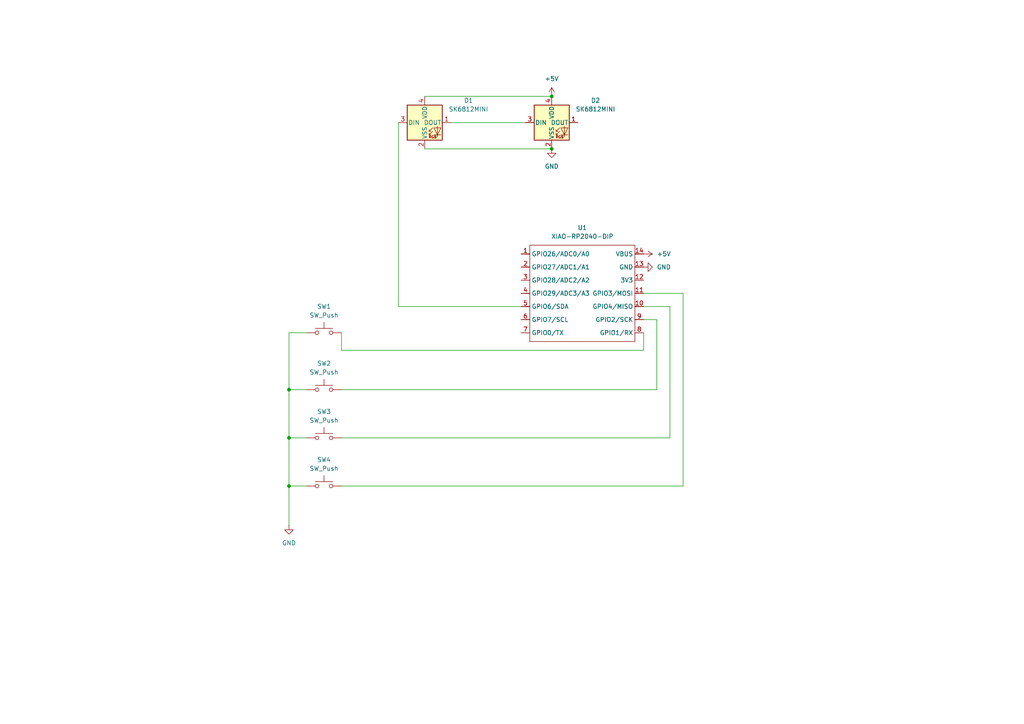
<source format=kicad_sch>
(kicad_sch (version 20250114) (generator "eeschema") (generator_version "9.0")
  (paper "A4")
  (lib_symbols
    (symbol "LED:SK6812MINI" (pin_names (offset 0.254))
      (property "Reference" "D" (at 5.08 5.715 0))
      (property "Value" "SK6812MINI" (at 1.27 -5.715 0))
      (symbol "SK6812MINI_0_0"
        (text "RGB" (at 2.286 -4.191 0) (effects (font (size 0.762 0.762))))
      )
      (symbol "SK6812MINI_0_1"
        (polyline (pts (xy 1.27 -2.54) (xy 1.778 -2.54)))
        (polyline (pts (xy 1.27 -3.556) (xy 1.778 -3.556)))
        (polyline (pts (xy 2.286 -1.524) (xy 1.27 -2.54) (xy 1.27 -2.032)))
        (polyline (pts (xy 2.286 -2.54) (xy 1.27 -3.556) (xy 1.27 -3.048)))
        (polyline (pts (xy 3.683 -1.016) (xy 3.683 -3.556) (xy 3.683 -4.064)))
        (polyline (pts (xy 4.699 -1.524) (xy 2.667 -1.524) (xy 3.683 -3.556) (xy 4.699 -1.524)))
        (polyline (pts (xy 4.699 -3.556) (xy 2.667 -3.556)))
        (rectangle (start 5.08 5.08) (end -5.08 -5.08) (stroke (width 0.254)) (fill (type background)))
      )
      (symbol "SK6812MINI_1_1"
        (pin input line (at -7.62 0 0) (length 2.54) (name "DIN") (number "3"))
        (pin power_in line (at 0 7.62 270) (length 2.54) (name "VDD") (number "4"))
        (pin power_in line (at 0 -7.62 90) (length 2.54) (name "VSS") (number "2"))
        (pin output line (at 7.62 0 180) (length 2.54) (name "DOUT") (number "1"))
      )
    )
    (symbol "OPL:XIAO-RP2040-DIP"
      (property "Reference" "U" (at 0 0 0))
      (property "Value" "XIAO-RP2040-DIP" (at 5.334 -1.778 0))
      (symbol "XIAO-RP2040-DIP_1_0"
        (polyline (pts (xy -1.27 -2.54) (xy 29.21 -2.54)) (stroke (width 0.1524)))
        (polyline (pts (xy -1.27 -5.08) (xy -2.54 -5.08)) (stroke (width 0.1524)))
        (polyline (pts (xy -1.27 -5.08) (xy -1.27 -2.54)) (stroke (width 0.1524)))
        (polyline (pts (xy -1.27 -8.89) (xy -2.54 -8.89)) (stroke (width 0.1524)))
        (polyline (pts (xy -1.27 -8.89) (xy -1.27 -5.08)) (stroke (width 0.1524)))
        (polyline (pts (xy -1.27 -12.7) (xy -2.54 -12.7)) (stroke (width 0.1524)))
        (polyline (pts (xy -1.27 -12.7) (xy -1.27 -8.89)) (stroke (width 0.1524)))
        (polyline (pts (xy -1.27 -16.51) (xy -2.54 -16.51)) (stroke (width 0.1524)))
        (polyline (pts (xy -1.27 -16.51) (xy -1.27 -12.7)) (stroke (width 0.1524)))
        (polyline (pts (xy -1.27 -20.32) (xy -2.54 -20.32)) (stroke (width 0.1524)))
        (polyline (pts (xy -1.27 -24.13) (xy -2.54 -24.13)) (stroke (width 0.1524)))
        (polyline (pts (xy -1.27 -27.94) (xy -2.54 -27.94)) (stroke (width 0.1524)))
        (polyline (pts (xy -1.27 -30.48) (xy -1.27 -16.51)) (stroke (width 0.1524)))
        (polyline (pts (xy 29.21 -2.54) (xy 29.21 -5.08)) (stroke (width 0.1524)))
        (polyline (pts (xy 29.21 -5.08) (xy 29.21 -8.89)) (stroke (width 0.1524)))
        (polyline (pts (xy 29.21 -8.89) (xy 29.21 -12.7)) (stroke (width 0.1524)))
        (polyline (pts (xy 29.21 -12.7) (xy 29.21 -30.48)) (stroke (width 0.1524)))
        (polyline (pts (xy 29.21 -30.48) (xy -1.27 -30.48)) (stroke (width 0.1524)))
        (polyline (pts (xy 30.48 -5.08) (xy 29.21 -5.08)) (stroke (width 0.1524)))
        (polyline (pts (xy 30.48 -8.89) (xy 29.21 -8.89)) (stroke (width 0.1524)))
        (polyline (pts (xy 30.48 -12.7) (xy 29.21 -12.7)) (stroke (width 0.1524)))
        (polyline (pts (xy 30.48 -16.51) (xy 29.21 -16.51)) (stroke (width 0.1524)))
        (polyline (pts (xy 30.48 -20.32) (xy 29.21 -20.32)) (stroke (width 0.1524)))
        (polyline (pts (xy 30.48 -24.13) (xy 29.21 -24.13)) (stroke (width 0.1524)))
        (polyline (pts (xy 30.48 -27.94) (xy 29.21 -27.94)) (stroke (width 0.1524)))
        (pin passive line (at -3.81 -5.08 0) (length 2.54) (name "GPIO26/ADC0/A0") (number "1"))
        (pin passive line (at -3.81 -8.89 0) (length 2.54) (name "GPIO27/ADC1/A1") (number "2"))
        (pin passive line (at -3.81 -12.7 0) (length 2.54) (name "GPIO28/ADC2/A2") (number "3"))
        (pin passive line (at -3.81 -16.51 0) (length 2.54) (name "GPIO29/ADC3/A3") (number "4"))
        (pin passive line (at -3.81 -20.32 0) (length 2.54) (name "GPIO6/SDA") (number "5"))
        (pin passive line (at -3.81 -24.13 0) (length 2.54) (name "GPIO7/SCL") (number "6"))
        (pin passive line (at -3.81 -27.94 0) (length 2.54) (name "GPIO0/TX") (number "7"))
        (pin passive line (at 31.75 -5.08 180) (length 2.54) (name "VBUS") (number "14"))
        (pin passive line (at 31.75 -8.89 180) (length 2.54) (name "GND") (number "13"))
        (pin passive line (at 31.75 -12.7 180) (length 2.54) (name "3V3") (number "12"))
        (pin passive line (at 31.75 -16.51 180) (length 2.54) (name "GPIO3/MOSI") (number "11"))
        (pin passive line (at 31.75 -20.32 180) (length 2.54) (name "GPIO4/MISO") (number "10"))
        (pin passive line (at 31.75 -24.13 180) (length 2.54) (name "GPIO2/SCK") (number "9"))
        (pin passive line (at 31.75 -27.94 180) (length 2.54) (name "GPIO1/RX") (number "8"))
      )
    )
    (symbol "Switch:SW_Push" (pin_numbers (hide yes)) (pin_names (offset 1.016) (hide yes))
      (property "Reference" "SW" (at 1.27 2.54 0))
      (property "Value" "SW_Push" (at 0 -1.524 0))
      (symbol "SW_Push_0_1"
        (circle (center -2.032 0) (radius 0.508))
        (polyline (pts (xy 0 1.27) (xy 0 3.048)))
        (circle (center 2.032 0) (radius 0.508))
        (polyline (pts (xy 2.54 1.27) (xy -2.54 1.27)))
        (pin passive line (at -5.08 0 0) (length 2.54) (name "1") (number "1"))
        (pin passive line (at 5.08 0 180) (length 2.54) (name "2") (number "2"))
      )
    )
    (symbol "power:+5V" (power) (pin_numbers (hide yes)) (pin_names (offset 0) (hide yes))
      (property "Value" "+5V" (at 0 3.556 0))
      (symbol "+5V_0_1"
        (polyline (pts (xy -0.762 1.27) (xy 0 2.54)))
        (polyline (pts (xy 0 2.54) (xy 0.762 1.27)))
        (polyline (pts (xy 0 0) (xy 0 2.54)))
      )
      (symbol "+5V_1_1"
        (pin power_in line (at 0 0 90) (length 0) (name "~") (number "1"))
      )
    )
    (symbol "power:GND" (power) (pin_numbers (hide yes)) (pin_names (offset 0) (hide yes))
      (property "Value" "GND" (at 0 -3.81 0))
      (symbol "GND_0_1"
        (polyline (pts (xy 0 0) (xy 0 -1.27) (xy 1.27 -1.27) (xy 0 -2.54) (xy -1.27 -1.27) (xy 0 -1.27)))
      )
      (symbol "GND_1_1"
        (pin power_in line (at 0 0 270) (length 0) (name "~") (number "1"))
      )
    )
  )
  (junction (at 83.82 140.97))
  (junction (at 160.02 43.18))
  (junction (at 83.82 127))
  (junction (at 83.82 113.03))
  (junction (at 160.02 27.94))
  (wire (pts (xy 83.82 140.97) (xy 88.9 140.97)))
  (wire (pts (xy 186.69 92.71) (xy 190.5 92.71)))
  (wire (pts (xy 115.57 35.56) (xy 115.57 88.9)))
  (wire (pts (xy 83.82 113.03) (xy 83.82 127)))
  (wire (pts (xy 198.12 140.97) (xy 99.06 140.97)))
  (wire (pts (xy 194.31 88.9) (xy 194.31 127)))
  (wire (pts (xy 186.69 96.52) (xy 186.69 101.6)))
  (wire (pts (xy 123.19 43.18) (xy 160.02 43.18)))
  (wire (pts (xy 190.5 113.03) (xy 99.06 113.03)))
  (wire (pts (xy 190.5 92.71) (xy 190.5 113.03)))
  (wire (pts (xy 194.31 127) (xy 99.06 127)))
  (wire (pts (xy 83.82 113.03) (xy 88.9 113.03)))
  (wire (pts (xy 186.69 88.9) (xy 194.31 88.9)))
  (wire (pts (xy 83.82 127) (xy 88.9 127)))
  (wire (pts (xy 186.69 85.09) (xy 198.12 85.09)))
  (wire (pts (xy 88.9 96.52) (xy 83.82 96.52)))
  (wire (pts (xy 115.57 88.9) (xy 151.13 88.9)))
  (wire (pts (xy 83.82 127) (xy 83.82 140.97)))
  (wire (pts (xy 123.19 27.94) (xy 160.02 27.94)))
  (wire (pts (xy 83.82 140.97) (xy 83.82 152.4)))
  (wire (pts (xy 130.81 35.56) (xy 152.4 35.56)))
  (wire (pts (xy 99.06 96.52) (xy 99.06 101.6)))
  (wire (pts (xy 186.69 101.6) (xy 99.06 101.6)))
  (wire (pts (xy 198.12 85.09) (xy 198.12 140.97)))
  (wire (pts (xy 83.82 96.52) (xy 83.82 113.03)))
  (symbol (lib_id "LED:SK6812MINI") (at 160.02 35.56 0) (unit 1)
    (property "Reference" "D2" (at 172.72 29.1398 0))
    (property "Value" "SK6812MINI" (at 172.72 31.6798 0))
    (property "Footprint" "LED_SMD:LED_SK6812MINI_PLCC4_3.5x3.5mm_P1.75mm" (effects (hide yes)))
    (property "Datasheet" "https://cdn-shop.adafruit.com/product-files/2686/SK6812MINI_REV.01-1-2.pdf" (effects (hide yes)))
    (property "Description" "RGB LED with integrated controller" (effects (hide yes)))
  )
  (symbol (lib_id "OPL:XIAO-RP2040-DIP") (at 154.94 68.58 0) (unit 1)
    (property "Reference" "U1" (at 168.91 66.04 0))
    (property "Value" "XIAO-RP2040-DIP" (at 168.91 68.58 0))
    (property "Footprint" "OPL:XIAO-RP2040-DIP" (effects (hide yes)))
  )
  (symbol (lib_id "Switch:SW_Push") (at 93.98 140.97 0) (unit 1)
    (property "Reference" "SW4" (at 93.98 133.35 0))
    (property "Value" "SW_Push" (at 93.98 135.89 0))
    (property "Footprint" "Button_Switch_Keyboard:SW_Cherry_MX_1.00u_PCB" (effects (hide yes)))
    (property "Description" "Push button switch, generic, two pins" (effects (hide yes)))
  )
  (symbol (lib_id "Switch:SW_Push") (at 93.98 127 0) (unit 1)
    (property "Reference" "SW3" (at 93.98 119.38 0))
    (property "Value" "SW_Push" (at 93.98 121.92 0))
    (property "Footprint" "Button_Switch_Keyboard:SW_Cherry_MX_1.00u_PCB" (effects (hide yes)))
    (property "Description" "Push button switch, generic, two pins" (effects (hide yes)))
  )
  (symbol (lib_id "power:GND") (at 83.82 152.4 0) (unit 1)
    (property "Reference" "#PWR02" (effects (hide yes)))
    (property "Value" "GND" (at 83.82 157.48 0))
    (property "Description" "Power symbol creates a global label with name \"GND\" , ground" (effects (hide yes)))
  )
  (symbol (lib_id "power:+5V") (at 160.02 27.94 0) (unit 1)
    (property "Reference" "#PWR01" (effects (hide yes)))
    (property "Value" "+5V" (at 160.02 22.86 0))
    (property "Description" "Power symbol creates a global label with name \"+5V\"" (effects (hide yes)))
  )
  (symbol (lib_id "LED:SK6812MINI") (at 123.19 35.56 0) (unit 1)
    (property "Reference" "D1" (at 135.89 29.1398 0))
    (property "Value" "SK6812MINI" (at 135.89 31.6798 0))
    (property "Footprint" "LED_SMD:LED_SK6812MINI_PLCC4_3.5x3.5mm_P1.75mm" (effects (hide yes)))
    (property "Datasheet" "https://cdn-shop.adafruit.com/product-files/2686/SK6812MINI_REV.01-1-2.pdf" (effects (hide yes)))
    (property "Description" "RGB LED with integrated controller" (effects (hide yes)))
  )
  (symbol (lib_id "Switch:SW_Push") (at 93.98 113.03 0) (unit 1)
    (property "Reference" "SW2" (at 93.98 105.41 0))
    (property "Value" "SW_Push" (at 93.98 107.95 0))
    (property "Footprint" "Button_Switch_Keyboard:SW_Cherry_MX_1.00u_PCB" (effects (hide yes)))
    (property "Description" "Push button switch, generic, two pins" (effects (hide yes)))
  )
  (symbol (lib_id "power:+5V") (at 186.69 73.66 270) (unit 1)
    (property "Reference" "#PWR03" (effects (hide yes)))
    (property "Value" "+5V" (at 190.5 73.6599 90) (effects (justify left)))
    (property "Description" "Power symbol creates a global label with name \"+5V\"" (effects (hide yes)))
  )
  (symbol (lib_id "power:GND") (at 186.69 77.47 90) (unit 1)
    (property "Reference" "#PWR04" (effects (hide yes)))
    (property "Value" "GND" (at 190.5 77.4699 90) (effects (justify right)))
    (property "Description" "Power symbol creates a global label with name \"GND\" , ground" (effects (hide yes)))
  )
  (symbol (lib_id "Switch:SW_Push") (at 93.98 96.52 0) (unit 1)
    (property "Reference" "SW1" (at 93.98 88.9 0))
    (property "Value" "SW_Push" (at 93.98 91.44 0))
    (property "Footprint" "Button_Switch_Keyboard:SW_Cherry_MX_1.00u_PCB" (effects (hide yes)))
    (property "Description" "Push button switch, generic, two pins" (effects (hide yes)))
  )
  (symbol (lib_id "power:GND") (at 160.02 43.18 0) (unit 1)
    (property "Reference" "#PWR05" (effects (hide yes)))
    (property "Value" "GND" (at 160.02 48.26 0))
    (property "Description" "Power symbol creates a global label with name \"GND\" , ground" (effects (hide yes)))
  )
)
</source>
